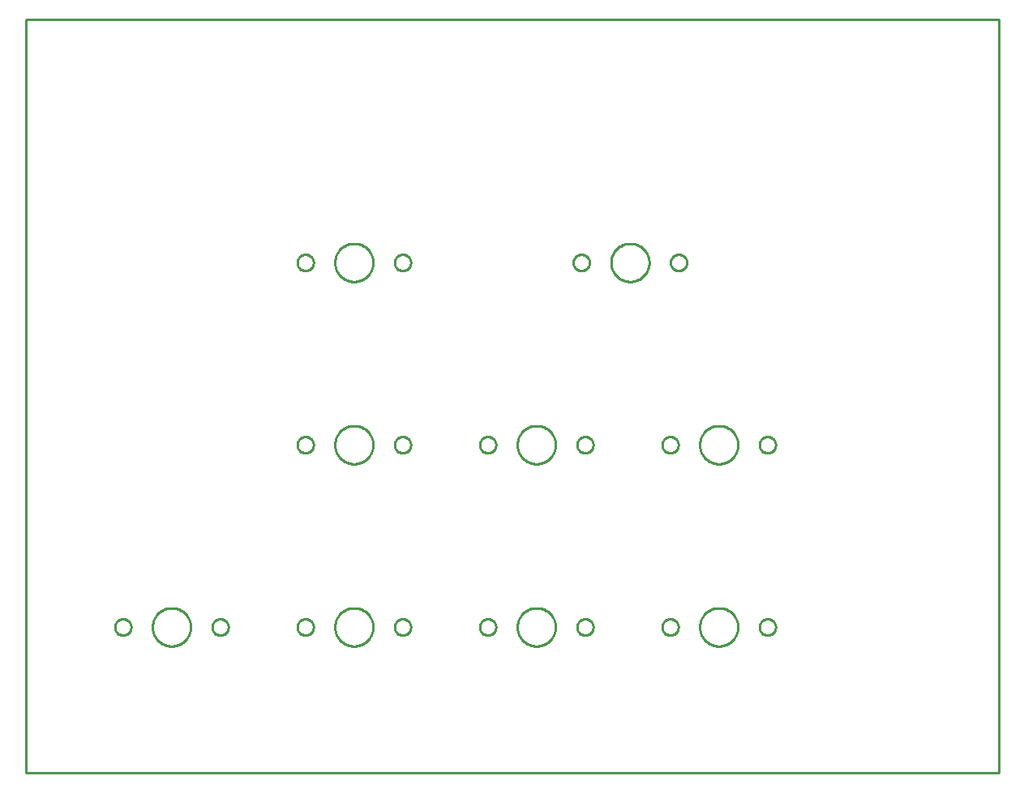
<source format=gbr>
G04 EAGLE Gerber RS-274X export*
G75*
%MOMM*%
%FSLAX34Y34*%
%LPD*%
%IN*%
%IPPOS*%
%AMOC8*
5,1,8,0,0,1.08239X$1,22.5*%
G01*
%ADD10C,0.254000*%


D10*
X0Y0D02*
X1016000Y0D01*
X1016000Y787400D01*
X0Y787400D01*
X0Y0D01*
X651129Y532798D02*
X651056Y531595D01*
X650911Y530399D01*
X650694Y529213D01*
X650405Y528043D01*
X650047Y526893D01*
X649620Y525766D01*
X649125Y524667D01*
X648565Y523600D01*
X647942Y522569D01*
X647257Y521578D01*
X646514Y520629D01*
X645715Y519727D01*
X644863Y518875D01*
X643961Y518076D01*
X643013Y517333D01*
X642021Y516648D01*
X640990Y516025D01*
X639923Y515465D01*
X638824Y514970D01*
X637697Y514543D01*
X636547Y514185D01*
X635377Y513896D01*
X634191Y513679D01*
X632995Y513534D01*
X631793Y513461D01*
X630588Y513461D01*
X629385Y513534D01*
X628189Y513679D01*
X627003Y513896D01*
X625833Y514185D01*
X624683Y514543D01*
X623556Y514970D01*
X622457Y515465D01*
X621390Y516025D01*
X620359Y516648D01*
X619368Y517333D01*
X618419Y518076D01*
X617517Y518875D01*
X616665Y519727D01*
X615866Y520629D01*
X615123Y521578D01*
X614438Y522569D01*
X613815Y523600D01*
X613255Y524667D01*
X612760Y525766D01*
X612333Y526893D01*
X611975Y528043D01*
X611686Y529213D01*
X611469Y530399D01*
X611324Y531595D01*
X611251Y532798D01*
X611251Y534003D01*
X611324Y535205D01*
X611469Y536401D01*
X611686Y537587D01*
X611975Y538757D01*
X612333Y539907D01*
X612760Y541034D01*
X613255Y542133D01*
X613815Y543200D01*
X614438Y544231D01*
X615123Y545223D01*
X615866Y546171D01*
X616665Y547073D01*
X617517Y547925D01*
X618419Y548724D01*
X619368Y549467D01*
X620359Y550152D01*
X621390Y550775D01*
X622457Y551335D01*
X623556Y551830D01*
X624683Y552257D01*
X625833Y552615D01*
X627003Y552904D01*
X628189Y553121D01*
X629385Y553266D01*
X630588Y553339D01*
X631793Y553339D01*
X632995Y553266D01*
X634191Y553121D01*
X635377Y552904D01*
X636547Y552615D01*
X637697Y552257D01*
X638824Y551830D01*
X639923Y551335D01*
X640990Y550775D01*
X642021Y550152D01*
X643013Y549467D01*
X643961Y548724D01*
X644863Y547925D01*
X645715Y547073D01*
X646514Y546171D01*
X647257Y545223D01*
X647942Y544231D01*
X648565Y543200D01*
X649125Y542133D01*
X649620Y541034D01*
X650047Y539907D01*
X650405Y538757D01*
X650694Y537587D01*
X650911Y536401D01*
X651056Y535205D01*
X651129Y534003D01*
X651129Y532798D01*
X588899Y533029D02*
X588834Y532288D01*
X588705Y531557D01*
X588513Y530839D01*
X588259Y530141D01*
X587945Y529467D01*
X587573Y528824D01*
X587147Y528215D01*
X586669Y527646D01*
X586144Y527121D01*
X585575Y526643D01*
X584966Y526217D01*
X584323Y525845D01*
X583649Y525531D01*
X582951Y525277D01*
X582233Y525085D01*
X581502Y524956D01*
X580762Y524891D01*
X580019Y524891D01*
X579278Y524956D01*
X578547Y525085D01*
X577829Y525277D01*
X577131Y525531D01*
X576457Y525845D01*
X575814Y526217D01*
X575205Y526643D01*
X574636Y527121D01*
X574111Y527646D01*
X573633Y528215D01*
X573207Y528824D01*
X572835Y529467D01*
X572521Y530141D01*
X572267Y530839D01*
X572075Y531557D01*
X571946Y532288D01*
X571881Y533029D01*
X571881Y533772D01*
X571946Y534512D01*
X572075Y535243D01*
X572267Y535961D01*
X572521Y536659D01*
X572835Y537333D01*
X573207Y537976D01*
X573633Y538585D01*
X574111Y539154D01*
X574636Y539679D01*
X575205Y540157D01*
X575814Y540583D01*
X576457Y540955D01*
X577131Y541269D01*
X577829Y541523D01*
X578547Y541715D01*
X579278Y541844D01*
X580019Y541909D01*
X580762Y541909D01*
X581502Y541844D01*
X582233Y541715D01*
X582951Y541523D01*
X583649Y541269D01*
X584323Y540955D01*
X584966Y540583D01*
X585575Y540157D01*
X586144Y539679D01*
X586669Y539154D01*
X587147Y538585D01*
X587573Y537976D01*
X587945Y537333D01*
X588259Y536659D01*
X588513Y535961D01*
X588705Y535243D01*
X588834Y534512D01*
X588899Y533772D01*
X588899Y533029D01*
X690499Y533029D02*
X690434Y532288D01*
X690305Y531557D01*
X690113Y530839D01*
X689859Y530141D01*
X689545Y529467D01*
X689173Y528824D01*
X688747Y528215D01*
X688269Y527646D01*
X687744Y527121D01*
X687175Y526643D01*
X686566Y526217D01*
X685923Y525845D01*
X685249Y525531D01*
X684551Y525277D01*
X683833Y525085D01*
X683102Y524956D01*
X682362Y524891D01*
X681619Y524891D01*
X680878Y524956D01*
X680147Y525085D01*
X679429Y525277D01*
X678731Y525531D01*
X678057Y525845D01*
X677414Y526217D01*
X676805Y526643D01*
X676236Y527121D01*
X675711Y527646D01*
X675233Y528215D01*
X674807Y528824D01*
X674435Y529467D01*
X674121Y530141D01*
X673867Y530839D01*
X673675Y531557D01*
X673546Y532288D01*
X673481Y533029D01*
X673481Y533772D01*
X673546Y534512D01*
X673675Y535243D01*
X673867Y535961D01*
X674121Y536659D01*
X674435Y537333D01*
X674807Y537976D01*
X675233Y538585D01*
X675711Y539154D01*
X676236Y539679D01*
X676805Y540157D01*
X677414Y540583D01*
X678057Y540955D01*
X678731Y541269D01*
X679429Y541523D01*
X680147Y541715D01*
X680878Y541844D01*
X681619Y541909D01*
X682362Y541909D01*
X683102Y541844D01*
X683833Y541715D01*
X684551Y541523D01*
X685249Y541269D01*
X685923Y540955D01*
X686566Y540583D01*
X687175Y540157D01*
X687744Y539679D01*
X688269Y539154D01*
X688747Y538585D01*
X689173Y537976D01*
X689545Y537333D01*
X689859Y536659D01*
X690113Y535961D01*
X690305Y535243D01*
X690434Y534512D01*
X690499Y533772D01*
X690499Y533029D01*
X172339Y151798D02*
X172266Y150595D01*
X172121Y149399D01*
X171904Y148213D01*
X171615Y147043D01*
X171257Y145893D01*
X170830Y144766D01*
X170335Y143667D01*
X169775Y142600D01*
X169152Y141569D01*
X168467Y140578D01*
X167724Y139629D01*
X166925Y138727D01*
X166073Y137875D01*
X165171Y137076D01*
X164223Y136333D01*
X163231Y135648D01*
X162200Y135025D01*
X161133Y134465D01*
X160034Y133970D01*
X158907Y133543D01*
X157757Y133185D01*
X156587Y132896D01*
X155401Y132679D01*
X154205Y132534D01*
X153003Y132461D01*
X151798Y132461D01*
X150595Y132534D01*
X149399Y132679D01*
X148213Y132896D01*
X147043Y133185D01*
X145893Y133543D01*
X144766Y133970D01*
X143667Y134465D01*
X142600Y135025D01*
X141569Y135648D01*
X140578Y136333D01*
X139629Y137076D01*
X138727Y137875D01*
X137875Y138727D01*
X137076Y139629D01*
X136333Y140578D01*
X135648Y141569D01*
X135025Y142600D01*
X134465Y143667D01*
X133970Y144766D01*
X133543Y145893D01*
X133185Y147043D01*
X132896Y148213D01*
X132679Y149399D01*
X132534Y150595D01*
X132461Y151798D01*
X132461Y153003D01*
X132534Y154205D01*
X132679Y155401D01*
X132896Y156587D01*
X133185Y157757D01*
X133543Y158907D01*
X133970Y160034D01*
X134465Y161133D01*
X135025Y162200D01*
X135648Y163231D01*
X136333Y164223D01*
X137076Y165171D01*
X137875Y166073D01*
X138727Y166925D01*
X139629Y167724D01*
X140578Y168467D01*
X141569Y169152D01*
X142600Y169775D01*
X143667Y170335D01*
X144766Y170830D01*
X145893Y171257D01*
X147043Y171615D01*
X148213Y171904D01*
X149399Y172121D01*
X150595Y172266D01*
X151798Y172339D01*
X153003Y172339D01*
X154205Y172266D01*
X155401Y172121D01*
X156587Y171904D01*
X157757Y171615D01*
X158907Y171257D01*
X160034Y170830D01*
X161133Y170335D01*
X162200Y169775D01*
X163231Y169152D01*
X164223Y168467D01*
X165171Y167724D01*
X166073Y166925D01*
X166925Y166073D01*
X167724Y165171D01*
X168467Y164223D01*
X169152Y163231D01*
X169775Y162200D01*
X170335Y161133D01*
X170830Y160034D01*
X171257Y158907D01*
X171615Y157757D01*
X171904Y156587D01*
X172121Y155401D01*
X172266Y154205D01*
X172339Y153003D01*
X172339Y151798D01*
X110109Y152029D02*
X110044Y151288D01*
X109915Y150557D01*
X109723Y149839D01*
X109469Y149141D01*
X109155Y148467D01*
X108783Y147824D01*
X108357Y147215D01*
X107879Y146646D01*
X107354Y146121D01*
X106785Y145643D01*
X106176Y145217D01*
X105533Y144845D01*
X104859Y144531D01*
X104161Y144277D01*
X103443Y144085D01*
X102712Y143956D01*
X101972Y143891D01*
X101229Y143891D01*
X100488Y143956D01*
X99757Y144085D01*
X99039Y144277D01*
X98341Y144531D01*
X97667Y144845D01*
X97024Y145217D01*
X96415Y145643D01*
X95846Y146121D01*
X95321Y146646D01*
X94843Y147215D01*
X94417Y147824D01*
X94045Y148467D01*
X93731Y149141D01*
X93477Y149839D01*
X93285Y150557D01*
X93156Y151288D01*
X93091Y152029D01*
X93091Y152772D01*
X93156Y153512D01*
X93285Y154243D01*
X93477Y154961D01*
X93731Y155659D01*
X94045Y156333D01*
X94417Y156976D01*
X94843Y157585D01*
X95321Y158154D01*
X95846Y158679D01*
X96415Y159157D01*
X97024Y159583D01*
X97667Y159955D01*
X98341Y160269D01*
X99039Y160523D01*
X99757Y160715D01*
X100488Y160844D01*
X101229Y160909D01*
X101972Y160909D01*
X102712Y160844D01*
X103443Y160715D01*
X104161Y160523D01*
X104859Y160269D01*
X105533Y159955D01*
X106176Y159583D01*
X106785Y159157D01*
X107354Y158679D01*
X107879Y158154D01*
X108357Y157585D01*
X108783Y156976D01*
X109155Y156333D01*
X109469Y155659D01*
X109723Y154961D01*
X109915Y154243D01*
X110044Y153512D01*
X110109Y152772D01*
X110109Y152029D01*
X211709Y152029D02*
X211644Y151288D01*
X211515Y150557D01*
X211323Y149839D01*
X211069Y149141D01*
X210755Y148467D01*
X210383Y147824D01*
X209957Y147215D01*
X209479Y146646D01*
X208954Y146121D01*
X208385Y145643D01*
X207776Y145217D01*
X207133Y144845D01*
X206459Y144531D01*
X205761Y144277D01*
X205043Y144085D01*
X204312Y143956D01*
X203572Y143891D01*
X202829Y143891D01*
X202088Y143956D01*
X201357Y144085D01*
X200639Y144277D01*
X199941Y144531D01*
X199267Y144845D01*
X198624Y145217D01*
X198015Y145643D01*
X197446Y146121D01*
X196921Y146646D01*
X196443Y147215D01*
X196017Y147824D01*
X195645Y148467D01*
X195331Y149141D01*
X195077Y149839D01*
X194885Y150557D01*
X194756Y151288D01*
X194691Y152029D01*
X194691Y152772D01*
X194756Y153512D01*
X194885Y154243D01*
X195077Y154961D01*
X195331Y155659D01*
X195645Y156333D01*
X196017Y156976D01*
X196443Y157585D01*
X196921Y158154D01*
X197446Y158679D01*
X198015Y159157D01*
X198624Y159583D01*
X199267Y159955D01*
X199941Y160269D01*
X200639Y160523D01*
X201357Y160715D01*
X202088Y160844D01*
X202829Y160909D01*
X203572Y160909D01*
X204312Y160844D01*
X205043Y160715D01*
X205761Y160523D01*
X206459Y160269D01*
X207133Y159955D01*
X207776Y159583D01*
X208385Y159157D01*
X208954Y158679D01*
X209479Y158154D01*
X209957Y157585D01*
X210383Y156976D01*
X210755Y156333D01*
X211069Y155659D01*
X211323Y154961D01*
X211515Y154243D01*
X211644Y153512D01*
X211709Y152772D01*
X211709Y152029D01*
X362839Y532798D02*
X362766Y531595D01*
X362621Y530399D01*
X362404Y529213D01*
X362115Y528043D01*
X361757Y526893D01*
X361330Y525766D01*
X360835Y524667D01*
X360275Y523600D01*
X359652Y522569D01*
X358967Y521578D01*
X358224Y520629D01*
X357425Y519727D01*
X356573Y518875D01*
X355671Y518076D01*
X354723Y517333D01*
X353731Y516648D01*
X352700Y516025D01*
X351633Y515465D01*
X350534Y514970D01*
X349407Y514543D01*
X348257Y514185D01*
X347087Y513896D01*
X345901Y513679D01*
X344705Y513534D01*
X343503Y513461D01*
X342298Y513461D01*
X341095Y513534D01*
X339899Y513679D01*
X338713Y513896D01*
X337543Y514185D01*
X336393Y514543D01*
X335266Y514970D01*
X334167Y515465D01*
X333100Y516025D01*
X332069Y516648D01*
X331078Y517333D01*
X330129Y518076D01*
X329227Y518875D01*
X328375Y519727D01*
X327576Y520629D01*
X326833Y521578D01*
X326148Y522569D01*
X325525Y523600D01*
X324965Y524667D01*
X324470Y525766D01*
X324043Y526893D01*
X323685Y528043D01*
X323396Y529213D01*
X323179Y530399D01*
X323034Y531595D01*
X322961Y532798D01*
X322961Y534003D01*
X323034Y535205D01*
X323179Y536401D01*
X323396Y537587D01*
X323685Y538757D01*
X324043Y539907D01*
X324470Y541034D01*
X324965Y542133D01*
X325525Y543200D01*
X326148Y544231D01*
X326833Y545223D01*
X327576Y546171D01*
X328375Y547073D01*
X329227Y547925D01*
X330129Y548724D01*
X331078Y549467D01*
X332069Y550152D01*
X333100Y550775D01*
X334167Y551335D01*
X335266Y551830D01*
X336393Y552257D01*
X337543Y552615D01*
X338713Y552904D01*
X339899Y553121D01*
X341095Y553266D01*
X342298Y553339D01*
X343503Y553339D01*
X344705Y553266D01*
X345901Y553121D01*
X347087Y552904D01*
X348257Y552615D01*
X349407Y552257D01*
X350534Y551830D01*
X351633Y551335D01*
X352700Y550775D01*
X353731Y550152D01*
X354723Y549467D01*
X355671Y548724D01*
X356573Y547925D01*
X357425Y547073D01*
X358224Y546171D01*
X358967Y545223D01*
X359652Y544231D01*
X360275Y543200D01*
X360835Y542133D01*
X361330Y541034D01*
X361757Y539907D01*
X362115Y538757D01*
X362404Y537587D01*
X362621Y536401D01*
X362766Y535205D01*
X362839Y534003D01*
X362839Y532798D01*
X300609Y533029D02*
X300544Y532288D01*
X300415Y531557D01*
X300223Y530839D01*
X299969Y530141D01*
X299655Y529467D01*
X299283Y528824D01*
X298857Y528215D01*
X298379Y527646D01*
X297854Y527121D01*
X297285Y526643D01*
X296676Y526217D01*
X296033Y525845D01*
X295359Y525531D01*
X294661Y525277D01*
X293943Y525085D01*
X293212Y524956D01*
X292472Y524891D01*
X291729Y524891D01*
X290988Y524956D01*
X290257Y525085D01*
X289539Y525277D01*
X288841Y525531D01*
X288167Y525845D01*
X287524Y526217D01*
X286915Y526643D01*
X286346Y527121D01*
X285821Y527646D01*
X285343Y528215D01*
X284917Y528824D01*
X284545Y529467D01*
X284231Y530141D01*
X283977Y530839D01*
X283785Y531557D01*
X283656Y532288D01*
X283591Y533029D01*
X283591Y533772D01*
X283656Y534512D01*
X283785Y535243D01*
X283977Y535961D01*
X284231Y536659D01*
X284545Y537333D01*
X284917Y537976D01*
X285343Y538585D01*
X285821Y539154D01*
X286346Y539679D01*
X286915Y540157D01*
X287524Y540583D01*
X288167Y540955D01*
X288841Y541269D01*
X289539Y541523D01*
X290257Y541715D01*
X290988Y541844D01*
X291729Y541909D01*
X292472Y541909D01*
X293212Y541844D01*
X293943Y541715D01*
X294661Y541523D01*
X295359Y541269D01*
X296033Y540955D01*
X296676Y540583D01*
X297285Y540157D01*
X297854Y539679D01*
X298379Y539154D01*
X298857Y538585D01*
X299283Y537976D01*
X299655Y537333D01*
X299969Y536659D01*
X300223Y535961D01*
X300415Y535243D01*
X300544Y534512D01*
X300609Y533772D01*
X300609Y533029D01*
X402209Y533029D02*
X402144Y532288D01*
X402015Y531557D01*
X401823Y530839D01*
X401569Y530141D01*
X401255Y529467D01*
X400883Y528824D01*
X400457Y528215D01*
X399979Y527646D01*
X399454Y527121D01*
X398885Y526643D01*
X398276Y526217D01*
X397633Y525845D01*
X396959Y525531D01*
X396261Y525277D01*
X395543Y525085D01*
X394812Y524956D01*
X394072Y524891D01*
X393329Y524891D01*
X392588Y524956D01*
X391857Y525085D01*
X391139Y525277D01*
X390441Y525531D01*
X389767Y525845D01*
X389124Y526217D01*
X388515Y526643D01*
X387946Y527121D01*
X387421Y527646D01*
X386943Y528215D01*
X386517Y528824D01*
X386145Y529467D01*
X385831Y530141D01*
X385577Y530839D01*
X385385Y531557D01*
X385256Y532288D01*
X385191Y533029D01*
X385191Y533772D01*
X385256Y534512D01*
X385385Y535243D01*
X385577Y535961D01*
X385831Y536659D01*
X386145Y537333D01*
X386517Y537976D01*
X386943Y538585D01*
X387421Y539154D01*
X387946Y539679D01*
X388515Y540157D01*
X389124Y540583D01*
X389767Y540955D01*
X390441Y541269D01*
X391139Y541523D01*
X391857Y541715D01*
X392588Y541844D01*
X393329Y541909D01*
X394072Y541909D01*
X394812Y541844D01*
X395543Y541715D01*
X396261Y541523D01*
X396959Y541269D01*
X397633Y540955D01*
X398276Y540583D01*
X398885Y540157D01*
X399454Y539679D01*
X399979Y539154D01*
X400457Y538585D01*
X400883Y537976D01*
X401255Y537333D01*
X401569Y536659D01*
X401823Y535961D01*
X402015Y535243D01*
X402144Y534512D01*
X402209Y533772D01*
X402209Y533029D01*
X553339Y151798D02*
X553266Y150595D01*
X553121Y149399D01*
X552904Y148213D01*
X552615Y147043D01*
X552257Y145893D01*
X551830Y144766D01*
X551335Y143667D01*
X550775Y142600D01*
X550152Y141569D01*
X549467Y140578D01*
X548724Y139629D01*
X547925Y138727D01*
X547073Y137875D01*
X546171Y137076D01*
X545223Y136333D01*
X544231Y135648D01*
X543200Y135025D01*
X542133Y134465D01*
X541034Y133970D01*
X539907Y133543D01*
X538757Y133185D01*
X537587Y132896D01*
X536401Y132679D01*
X535205Y132534D01*
X534003Y132461D01*
X532798Y132461D01*
X531595Y132534D01*
X530399Y132679D01*
X529213Y132896D01*
X528043Y133185D01*
X526893Y133543D01*
X525766Y133970D01*
X524667Y134465D01*
X523600Y135025D01*
X522569Y135648D01*
X521578Y136333D01*
X520629Y137076D01*
X519727Y137875D01*
X518875Y138727D01*
X518076Y139629D01*
X517333Y140578D01*
X516648Y141569D01*
X516025Y142600D01*
X515465Y143667D01*
X514970Y144766D01*
X514543Y145893D01*
X514185Y147043D01*
X513896Y148213D01*
X513679Y149399D01*
X513534Y150595D01*
X513461Y151798D01*
X513461Y153003D01*
X513534Y154205D01*
X513679Y155401D01*
X513896Y156587D01*
X514185Y157757D01*
X514543Y158907D01*
X514970Y160034D01*
X515465Y161133D01*
X516025Y162200D01*
X516648Y163231D01*
X517333Y164223D01*
X518076Y165171D01*
X518875Y166073D01*
X519727Y166925D01*
X520629Y167724D01*
X521578Y168467D01*
X522569Y169152D01*
X523600Y169775D01*
X524667Y170335D01*
X525766Y170830D01*
X526893Y171257D01*
X528043Y171615D01*
X529213Y171904D01*
X530399Y172121D01*
X531595Y172266D01*
X532798Y172339D01*
X534003Y172339D01*
X535205Y172266D01*
X536401Y172121D01*
X537587Y171904D01*
X538757Y171615D01*
X539907Y171257D01*
X541034Y170830D01*
X542133Y170335D01*
X543200Y169775D01*
X544231Y169152D01*
X545223Y168467D01*
X546171Y167724D01*
X547073Y166925D01*
X547925Y166073D01*
X548724Y165171D01*
X549467Y164223D01*
X550152Y163231D01*
X550775Y162200D01*
X551335Y161133D01*
X551830Y160034D01*
X552257Y158907D01*
X552615Y157757D01*
X552904Y156587D01*
X553121Y155401D01*
X553266Y154205D01*
X553339Y153003D01*
X553339Y151798D01*
X491109Y152029D02*
X491044Y151288D01*
X490915Y150557D01*
X490723Y149839D01*
X490469Y149141D01*
X490155Y148467D01*
X489783Y147824D01*
X489357Y147215D01*
X488879Y146646D01*
X488354Y146121D01*
X487785Y145643D01*
X487176Y145217D01*
X486533Y144845D01*
X485859Y144531D01*
X485161Y144277D01*
X484443Y144085D01*
X483712Y143956D01*
X482972Y143891D01*
X482229Y143891D01*
X481488Y143956D01*
X480757Y144085D01*
X480039Y144277D01*
X479341Y144531D01*
X478667Y144845D01*
X478024Y145217D01*
X477415Y145643D01*
X476846Y146121D01*
X476321Y146646D01*
X475843Y147215D01*
X475417Y147824D01*
X475045Y148467D01*
X474731Y149141D01*
X474477Y149839D01*
X474285Y150557D01*
X474156Y151288D01*
X474091Y152029D01*
X474091Y152772D01*
X474156Y153512D01*
X474285Y154243D01*
X474477Y154961D01*
X474731Y155659D01*
X475045Y156333D01*
X475417Y156976D01*
X475843Y157585D01*
X476321Y158154D01*
X476846Y158679D01*
X477415Y159157D01*
X478024Y159583D01*
X478667Y159955D01*
X479341Y160269D01*
X480039Y160523D01*
X480757Y160715D01*
X481488Y160844D01*
X482229Y160909D01*
X482972Y160909D01*
X483712Y160844D01*
X484443Y160715D01*
X485161Y160523D01*
X485859Y160269D01*
X486533Y159955D01*
X487176Y159583D01*
X487785Y159157D01*
X488354Y158679D01*
X488879Y158154D01*
X489357Y157585D01*
X489783Y156976D01*
X490155Y156333D01*
X490469Y155659D01*
X490723Y154961D01*
X490915Y154243D01*
X491044Y153512D01*
X491109Y152772D01*
X491109Y152029D01*
X592709Y152029D02*
X592644Y151288D01*
X592515Y150557D01*
X592323Y149839D01*
X592069Y149141D01*
X591755Y148467D01*
X591383Y147824D01*
X590957Y147215D01*
X590479Y146646D01*
X589954Y146121D01*
X589385Y145643D01*
X588776Y145217D01*
X588133Y144845D01*
X587459Y144531D01*
X586761Y144277D01*
X586043Y144085D01*
X585312Y143956D01*
X584572Y143891D01*
X583829Y143891D01*
X583088Y143956D01*
X582357Y144085D01*
X581639Y144277D01*
X580941Y144531D01*
X580267Y144845D01*
X579624Y145217D01*
X579015Y145643D01*
X578446Y146121D01*
X577921Y146646D01*
X577443Y147215D01*
X577017Y147824D01*
X576645Y148467D01*
X576331Y149141D01*
X576077Y149839D01*
X575885Y150557D01*
X575756Y151288D01*
X575691Y152029D01*
X575691Y152772D01*
X575756Y153512D01*
X575885Y154243D01*
X576077Y154961D01*
X576331Y155659D01*
X576645Y156333D01*
X577017Y156976D01*
X577443Y157585D01*
X577921Y158154D01*
X578446Y158679D01*
X579015Y159157D01*
X579624Y159583D01*
X580267Y159955D01*
X580941Y160269D01*
X581639Y160523D01*
X582357Y160715D01*
X583088Y160844D01*
X583829Y160909D01*
X584572Y160909D01*
X585312Y160844D01*
X586043Y160715D01*
X586761Y160523D01*
X587459Y160269D01*
X588133Y159955D01*
X588776Y159583D01*
X589385Y159157D01*
X589954Y158679D01*
X590479Y158154D01*
X590957Y157585D01*
X591383Y156976D01*
X591755Y156333D01*
X592069Y155659D01*
X592323Y154961D01*
X592515Y154243D01*
X592644Y153512D01*
X592709Y152772D01*
X592709Y152029D01*
X743839Y342298D02*
X743766Y341095D01*
X743621Y339899D01*
X743404Y338713D01*
X743115Y337543D01*
X742757Y336393D01*
X742330Y335266D01*
X741835Y334167D01*
X741275Y333100D01*
X740652Y332069D01*
X739967Y331078D01*
X739224Y330129D01*
X738425Y329227D01*
X737573Y328375D01*
X736671Y327576D01*
X735723Y326833D01*
X734731Y326148D01*
X733700Y325525D01*
X732633Y324965D01*
X731534Y324470D01*
X730407Y324043D01*
X729257Y323685D01*
X728087Y323396D01*
X726901Y323179D01*
X725705Y323034D01*
X724503Y322961D01*
X723298Y322961D01*
X722095Y323034D01*
X720899Y323179D01*
X719713Y323396D01*
X718543Y323685D01*
X717393Y324043D01*
X716266Y324470D01*
X715167Y324965D01*
X714100Y325525D01*
X713069Y326148D01*
X712078Y326833D01*
X711129Y327576D01*
X710227Y328375D01*
X709375Y329227D01*
X708576Y330129D01*
X707833Y331078D01*
X707148Y332069D01*
X706525Y333100D01*
X705965Y334167D01*
X705470Y335266D01*
X705043Y336393D01*
X704685Y337543D01*
X704396Y338713D01*
X704179Y339899D01*
X704034Y341095D01*
X703961Y342298D01*
X703961Y343503D01*
X704034Y344705D01*
X704179Y345901D01*
X704396Y347087D01*
X704685Y348257D01*
X705043Y349407D01*
X705470Y350534D01*
X705965Y351633D01*
X706525Y352700D01*
X707148Y353731D01*
X707833Y354723D01*
X708576Y355671D01*
X709375Y356573D01*
X710227Y357425D01*
X711129Y358224D01*
X712078Y358967D01*
X713069Y359652D01*
X714100Y360275D01*
X715167Y360835D01*
X716266Y361330D01*
X717393Y361757D01*
X718543Y362115D01*
X719713Y362404D01*
X720899Y362621D01*
X722095Y362766D01*
X723298Y362839D01*
X724503Y362839D01*
X725705Y362766D01*
X726901Y362621D01*
X728087Y362404D01*
X729257Y362115D01*
X730407Y361757D01*
X731534Y361330D01*
X732633Y360835D01*
X733700Y360275D01*
X734731Y359652D01*
X735723Y358967D01*
X736671Y358224D01*
X737573Y357425D01*
X738425Y356573D01*
X739224Y355671D01*
X739967Y354723D01*
X740652Y353731D01*
X741275Y352700D01*
X741835Y351633D01*
X742330Y350534D01*
X742757Y349407D01*
X743115Y348257D01*
X743404Y347087D01*
X743621Y345901D01*
X743766Y344705D01*
X743839Y343503D01*
X743839Y342298D01*
X681609Y342529D02*
X681544Y341788D01*
X681415Y341057D01*
X681223Y340339D01*
X680969Y339641D01*
X680655Y338967D01*
X680283Y338324D01*
X679857Y337715D01*
X679379Y337146D01*
X678854Y336621D01*
X678285Y336143D01*
X677676Y335717D01*
X677033Y335345D01*
X676359Y335031D01*
X675661Y334777D01*
X674943Y334585D01*
X674212Y334456D01*
X673472Y334391D01*
X672729Y334391D01*
X671988Y334456D01*
X671257Y334585D01*
X670539Y334777D01*
X669841Y335031D01*
X669167Y335345D01*
X668524Y335717D01*
X667915Y336143D01*
X667346Y336621D01*
X666821Y337146D01*
X666343Y337715D01*
X665917Y338324D01*
X665545Y338967D01*
X665231Y339641D01*
X664977Y340339D01*
X664785Y341057D01*
X664656Y341788D01*
X664591Y342529D01*
X664591Y343272D01*
X664656Y344012D01*
X664785Y344743D01*
X664977Y345461D01*
X665231Y346159D01*
X665545Y346833D01*
X665917Y347476D01*
X666343Y348085D01*
X666821Y348654D01*
X667346Y349179D01*
X667915Y349657D01*
X668524Y350083D01*
X669167Y350455D01*
X669841Y350769D01*
X670539Y351023D01*
X671257Y351215D01*
X671988Y351344D01*
X672729Y351409D01*
X673472Y351409D01*
X674212Y351344D01*
X674943Y351215D01*
X675661Y351023D01*
X676359Y350769D01*
X677033Y350455D01*
X677676Y350083D01*
X678285Y349657D01*
X678854Y349179D01*
X679379Y348654D01*
X679857Y348085D01*
X680283Y347476D01*
X680655Y346833D01*
X680969Y346159D01*
X681223Y345461D01*
X681415Y344743D01*
X681544Y344012D01*
X681609Y343272D01*
X681609Y342529D01*
X783209Y342529D02*
X783144Y341788D01*
X783015Y341057D01*
X782823Y340339D01*
X782569Y339641D01*
X782255Y338967D01*
X781883Y338324D01*
X781457Y337715D01*
X780979Y337146D01*
X780454Y336621D01*
X779885Y336143D01*
X779276Y335717D01*
X778633Y335345D01*
X777959Y335031D01*
X777261Y334777D01*
X776543Y334585D01*
X775812Y334456D01*
X775072Y334391D01*
X774329Y334391D01*
X773588Y334456D01*
X772857Y334585D01*
X772139Y334777D01*
X771441Y335031D01*
X770767Y335345D01*
X770124Y335717D01*
X769515Y336143D01*
X768946Y336621D01*
X768421Y337146D01*
X767943Y337715D01*
X767517Y338324D01*
X767145Y338967D01*
X766831Y339641D01*
X766577Y340339D01*
X766385Y341057D01*
X766256Y341788D01*
X766191Y342529D01*
X766191Y343272D01*
X766256Y344012D01*
X766385Y344743D01*
X766577Y345461D01*
X766831Y346159D01*
X767145Y346833D01*
X767517Y347476D01*
X767943Y348085D01*
X768421Y348654D01*
X768946Y349179D01*
X769515Y349657D01*
X770124Y350083D01*
X770767Y350455D01*
X771441Y350769D01*
X772139Y351023D01*
X772857Y351215D01*
X773588Y351344D01*
X774329Y351409D01*
X775072Y351409D01*
X775812Y351344D01*
X776543Y351215D01*
X777261Y351023D01*
X777959Y350769D01*
X778633Y350455D01*
X779276Y350083D01*
X779885Y349657D01*
X780454Y349179D01*
X780979Y348654D01*
X781457Y348085D01*
X781883Y347476D01*
X782255Y346833D01*
X782569Y346159D01*
X782823Y345461D01*
X783015Y344743D01*
X783144Y344012D01*
X783209Y343272D01*
X783209Y342529D01*
X362839Y342298D02*
X362766Y341095D01*
X362621Y339899D01*
X362404Y338713D01*
X362115Y337543D01*
X361757Y336393D01*
X361330Y335266D01*
X360835Y334167D01*
X360275Y333100D01*
X359652Y332069D01*
X358967Y331078D01*
X358224Y330129D01*
X357425Y329227D01*
X356573Y328375D01*
X355671Y327576D01*
X354723Y326833D01*
X353731Y326148D01*
X352700Y325525D01*
X351633Y324965D01*
X350534Y324470D01*
X349407Y324043D01*
X348257Y323685D01*
X347087Y323396D01*
X345901Y323179D01*
X344705Y323034D01*
X343503Y322961D01*
X342298Y322961D01*
X341095Y323034D01*
X339899Y323179D01*
X338713Y323396D01*
X337543Y323685D01*
X336393Y324043D01*
X335266Y324470D01*
X334167Y324965D01*
X333100Y325525D01*
X332069Y326148D01*
X331078Y326833D01*
X330129Y327576D01*
X329227Y328375D01*
X328375Y329227D01*
X327576Y330129D01*
X326833Y331078D01*
X326148Y332069D01*
X325525Y333100D01*
X324965Y334167D01*
X324470Y335266D01*
X324043Y336393D01*
X323685Y337543D01*
X323396Y338713D01*
X323179Y339899D01*
X323034Y341095D01*
X322961Y342298D01*
X322961Y343503D01*
X323034Y344705D01*
X323179Y345901D01*
X323396Y347087D01*
X323685Y348257D01*
X324043Y349407D01*
X324470Y350534D01*
X324965Y351633D01*
X325525Y352700D01*
X326148Y353731D01*
X326833Y354723D01*
X327576Y355671D01*
X328375Y356573D01*
X329227Y357425D01*
X330129Y358224D01*
X331078Y358967D01*
X332069Y359652D01*
X333100Y360275D01*
X334167Y360835D01*
X335266Y361330D01*
X336393Y361757D01*
X337543Y362115D01*
X338713Y362404D01*
X339899Y362621D01*
X341095Y362766D01*
X342298Y362839D01*
X343503Y362839D01*
X344705Y362766D01*
X345901Y362621D01*
X347087Y362404D01*
X348257Y362115D01*
X349407Y361757D01*
X350534Y361330D01*
X351633Y360835D01*
X352700Y360275D01*
X353731Y359652D01*
X354723Y358967D01*
X355671Y358224D01*
X356573Y357425D01*
X357425Y356573D01*
X358224Y355671D01*
X358967Y354723D01*
X359652Y353731D01*
X360275Y352700D01*
X360835Y351633D01*
X361330Y350534D01*
X361757Y349407D01*
X362115Y348257D01*
X362404Y347087D01*
X362621Y345901D01*
X362766Y344705D01*
X362839Y343503D01*
X362839Y342298D01*
X300609Y342529D02*
X300544Y341788D01*
X300415Y341057D01*
X300223Y340339D01*
X299969Y339641D01*
X299655Y338967D01*
X299283Y338324D01*
X298857Y337715D01*
X298379Y337146D01*
X297854Y336621D01*
X297285Y336143D01*
X296676Y335717D01*
X296033Y335345D01*
X295359Y335031D01*
X294661Y334777D01*
X293943Y334585D01*
X293212Y334456D01*
X292472Y334391D01*
X291729Y334391D01*
X290988Y334456D01*
X290257Y334585D01*
X289539Y334777D01*
X288841Y335031D01*
X288167Y335345D01*
X287524Y335717D01*
X286915Y336143D01*
X286346Y336621D01*
X285821Y337146D01*
X285343Y337715D01*
X284917Y338324D01*
X284545Y338967D01*
X284231Y339641D01*
X283977Y340339D01*
X283785Y341057D01*
X283656Y341788D01*
X283591Y342529D01*
X283591Y343272D01*
X283656Y344012D01*
X283785Y344743D01*
X283977Y345461D01*
X284231Y346159D01*
X284545Y346833D01*
X284917Y347476D01*
X285343Y348085D01*
X285821Y348654D01*
X286346Y349179D01*
X286915Y349657D01*
X287524Y350083D01*
X288167Y350455D01*
X288841Y350769D01*
X289539Y351023D01*
X290257Y351215D01*
X290988Y351344D01*
X291729Y351409D01*
X292472Y351409D01*
X293212Y351344D01*
X293943Y351215D01*
X294661Y351023D01*
X295359Y350769D01*
X296033Y350455D01*
X296676Y350083D01*
X297285Y349657D01*
X297854Y349179D01*
X298379Y348654D01*
X298857Y348085D01*
X299283Y347476D01*
X299655Y346833D01*
X299969Y346159D01*
X300223Y345461D01*
X300415Y344743D01*
X300544Y344012D01*
X300609Y343272D01*
X300609Y342529D01*
X402209Y342529D02*
X402144Y341788D01*
X402015Y341057D01*
X401823Y340339D01*
X401569Y339641D01*
X401255Y338967D01*
X400883Y338324D01*
X400457Y337715D01*
X399979Y337146D01*
X399454Y336621D01*
X398885Y336143D01*
X398276Y335717D01*
X397633Y335345D01*
X396959Y335031D01*
X396261Y334777D01*
X395543Y334585D01*
X394812Y334456D01*
X394072Y334391D01*
X393329Y334391D01*
X392588Y334456D01*
X391857Y334585D01*
X391139Y334777D01*
X390441Y335031D01*
X389767Y335345D01*
X389124Y335717D01*
X388515Y336143D01*
X387946Y336621D01*
X387421Y337146D01*
X386943Y337715D01*
X386517Y338324D01*
X386145Y338967D01*
X385831Y339641D01*
X385577Y340339D01*
X385385Y341057D01*
X385256Y341788D01*
X385191Y342529D01*
X385191Y343272D01*
X385256Y344012D01*
X385385Y344743D01*
X385577Y345461D01*
X385831Y346159D01*
X386145Y346833D01*
X386517Y347476D01*
X386943Y348085D01*
X387421Y348654D01*
X387946Y349179D01*
X388515Y349657D01*
X389124Y350083D01*
X389767Y350455D01*
X390441Y350769D01*
X391139Y351023D01*
X391857Y351215D01*
X392588Y351344D01*
X393329Y351409D01*
X394072Y351409D01*
X394812Y351344D01*
X395543Y351215D01*
X396261Y351023D01*
X396959Y350769D01*
X397633Y350455D01*
X398276Y350083D01*
X398885Y349657D01*
X399454Y349179D01*
X399979Y348654D01*
X400457Y348085D01*
X400883Y347476D01*
X401255Y346833D01*
X401569Y346159D01*
X401823Y345461D01*
X402015Y344743D01*
X402144Y344012D01*
X402209Y343272D01*
X402209Y342529D01*
X362839Y151798D02*
X362766Y150595D01*
X362621Y149399D01*
X362404Y148213D01*
X362115Y147043D01*
X361757Y145893D01*
X361330Y144766D01*
X360835Y143667D01*
X360275Y142600D01*
X359652Y141569D01*
X358967Y140578D01*
X358224Y139629D01*
X357425Y138727D01*
X356573Y137875D01*
X355671Y137076D01*
X354723Y136333D01*
X353731Y135648D01*
X352700Y135025D01*
X351633Y134465D01*
X350534Y133970D01*
X349407Y133543D01*
X348257Y133185D01*
X347087Y132896D01*
X345901Y132679D01*
X344705Y132534D01*
X343503Y132461D01*
X342298Y132461D01*
X341095Y132534D01*
X339899Y132679D01*
X338713Y132896D01*
X337543Y133185D01*
X336393Y133543D01*
X335266Y133970D01*
X334167Y134465D01*
X333100Y135025D01*
X332069Y135648D01*
X331078Y136333D01*
X330129Y137076D01*
X329227Y137875D01*
X328375Y138727D01*
X327576Y139629D01*
X326833Y140578D01*
X326148Y141569D01*
X325525Y142600D01*
X324965Y143667D01*
X324470Y144766D01*
X324043Y145893D01*
X323685Y147043D01*
X323396Y148213D01*
X323179Y149399D01*
X323034Y150595D01*
X322961Y151798D01*
X322961Y153003D01*
X323034Y154205D01*
X323179Y155401D01*
X323396Y156587D01*
X323685Y157757D01*
X324043Y158907D01*
X324470Y160034D01*
X324965Y161133D01*
X325525Y162200D01*
X326148Y163231D01*
X326833Y164223D01*
X327576Y165171D01*
X328375Y166073D01*
X329227Y166925D01*
X330129Y167724D01*
X331078Y168467D01*
X332069Y169152D01*
X333100Y169775D01*
X334167Y170335D01*
X335266Y170830D01*
X336393Y171257D01*
X337543Y171615D01*
X338713Y171904D01*
X339899Y172121D01*
X341095Y172266D01*
X342298Y172339D01*
X343503Y172339D01*
X344705Y172266D01*
X345901Y172121D01*
X347087Y171904D01*
X348257Y171615D01*
X349407Y171257D01*
X350534Y170830D01*
X351633Y170335D01*
X352700Y169775D01*
X353731Y169152D01*
X354723Y168467D01*
X355671Y167724D01*
X356573Y166925D01*
X357425Y166073D01*
X358224Y165171D01*
X358967Y164223D01*
X359652Y163231D01*
X360275Y162200D01*
X360835Y161133D01*
X361330Y160034D01*
X361757Y158907D01*
X362115Y157757D01*
X362404Y156587D01*
X362621Y155401D01*
X362766Y154205D01*
X362839Y153003D01*
X362839Y151798D01*
X300609Y152029D02*
X300544Y151288D01*
X300415Y150557D01*
X300223Y149839D01*
X299969Y149141D01*
X299655Y148467D01*
X299283Y147824D01*
X298857Y147215D01*
X298379Y146646D01*
X297854Y146121D01*
X297285Y145643D01*
X296676Y145217D01*
X296033Y144845D01*
X295359Y144531D01*
X294661Y144277D01*
X293943Y144085D01*
X293212Y143956D01*
X292472Y143891D01*
X291729Y143891D01*
X290988Y143956D01*
X290257Y144085D01*
X289539Y144277D01*
X288841Y144531D01*
X288167Y144845D01*
X287524Y145217D01*
X286915Y145643D01*
X286346Y146121D01*
X285821Y146646D01*
X285343Y147215D01*
X284917Y147824D01*
X284545Y148467D01*
X284231Y149141D01*
X283977Y149839D01*
X283785Y150557D01*
X283656Y151288D01*
X283591Y152029D01*
X283591Y152772D01*
X283656Y153512D01*
X283785Y154243D01*
X283977Y154961D01*
X284231Y155659D01*
X284545Y156333D01*
X284917Y156976D01*
X285343Y157585D01*
X285821Y158154D01*
X286346Y158679D01*
X286915Y159157D01*
X287524Y159583D01*
X288167Y159955D01*
X288841Y160269D01*
X289539Y160523D01*
X290257Y160715D01*
X290988Y160844D01*
X291729Y160909D01*
X292472Y160909D01*
X293212Y160844D01*
X293943Y160715D01*
X294661Y160523D01*
X295359Y160269D01*
X296033Y159955D01*
X296676Y159583D01*
X297285Y159157D01*
X297854Y158679D01*
X298379Y158154D01*
X298857Y157585D01*
X299283Y156976D01*
X299655Y156333D01*
X299969Y155659D01*
X300223Y154961D01*
X300415Y154243D01*
X300544Y153512D01*
X300609Y152772D01*
X300609Y152029D01*
X402209Y152029D02*
X402144Y151288D01*
X402015Y150557D01*
X401823Y149839D01*
X401569Y149141D01*
X401255Y148467D01*
X400883Y147824D01*
X400457Y147215D01*
X399979Y146646D01*
X399454Y146121D01*
X398885Y145643D01*
X398276Y145217D01*
X397633Y144845D01*
X396959Y144531D01*
X396261Y144277D01*
X395543Y144085D01*
X394812Y143956D01*
X394072Y143891D01*
X393329Y143891D01*
X392588Y143956D01*
X391857Y144085D01*
X391139Y144277D01*
X390441Y144531D01*
X389767Y144845D01*
X389124Y145217D01*
X388515Y145643D01*
X387946Y146121D01*
X387421Y146646D01*
X386943Y147215D01*
X386517Y147824D01*
X386145Y148467D01*
X385831Y149141D01*
X385577Y149839D01*
X385385Y150557D01*
X385256Y151288D01*
X385191Y152029D01*
X385191Y152772D01*
X385256Y153512D01*
X385385Y154243D01*
X385577Y154961D01*
X385831Y155659D01*
X386145Y156333D01*
X386517Y156976D01*
X386943Y157585D01*
X387421Y158154D01*
X387946Y158679D01*
X388515Y159157D01*
X389124Y159583D01*
X389767Y159955D01*
X390441Y160269D01*
X391139Y160523D01*
X391857Y160715D01*
X392588Y160844D01*
X393329Y160909D01*
X394072Y160909D01*
X394812Y160844D01*
X395543Y160715D01*
X396261Y160523D01*
X396959Y160269D01*
X397633Y159955D01*
X398276Y159583D01*
X398885Y159157D01*
X399454Y158679D01*
X399979Y158154D01*
X400457Y157585D01*
X400883Y156976D01*
X401255Y156333D01*
X401569Y155659D01*
X401823Y154961D01*
X402015Y154243D01*
X402144Y153512D01*
X402209Y152772D01*
X402209Y152029D01*
X743839Y151798D02*
X743766Y150595D01*
X743621Y149399D01*
X743404Y148213D01*
X743115Y147043D01*
X742757Y145893D01*
X742330Y144766D01*
X741835Y143667D01*
X741275Y142600D01*
X740652Y141569D01*
X739967Y140578D01*
X739224Y139629D01*
X738425Y138727D01*
X737573Y137875D01*
X736671Y137076D01*
X735723Y136333D01*
X734731Y135648D01*
X733700Y135025D01*
X732633Y134465D01*
X731534Y133970D01*
X730407Y133543D01*
X729257Y133185D01*
X728087Y132896D01*
X726901Y132679D01*
X725705Y132534D01*
X724503Y132461D01*
X723298Y132461D01*
X722095Y132534D01*
X720899Y132679D01*
X719713Y132896D01*
X718543Y133185D01*
X717393Y133543D01*
X716266Y133970D01*
X715167Y134465D01*
X714100Y135025D01*
X713069Y135648D01*
X712078Y136333D01*
X711129Y137076D01*
X710227Y137875D01*
X709375Y138727D01*
X708576Y139629D01*
X707833Y140578D01*
X707148Y141569D01*
X706525Y142600D01*
X705965Y143667D01*
X705470Y144766D01*
X705043Y145893D01*
X704685Y147043D01*
X704396Y148213D01*
X704179Y149399D01*
X704034Y150595D01*
X703961Y151798D01*
X703961Y153003D01*
X704034Y154205D01*
X704179Y155401D01*
X704396Y156587D01*
X704685Y157757D01*
X705043Y158907D01*
X705470Y160034D01*
X705965Y161133D01*
X706525Y162200D01*
X707148Y163231D01*
X707833Y164223D01*
X708576Y165171D01*
X709375Y166073D01*
X710227Y166925D01*
X711129Y167724D01*
X712078Y168467D01*
X713069Y169152D01*
X714100Y169775D01*
X715167Y170335D01*
X716266Y170830D01*
X717393Y171257D01*
X718543Y171615D01*
X719713Y171904D01*
X720899Y172121D01*
X722095Y172266D01*
X723298Y172339D01*
X724503Y172339D01*
X725705Y172266D01*
X726901Y172121D01*
X728087Y171904D01*
X729257Y171615D01*
X730407Y171257D01*
X731534Y170830D01*
X732633Y170335D01*
X733700Y169775D01*
X734731Y169152D01*
X735723Y168467D01*
X736671Y167724D01*
X737573Y166925D01*
X738425Y166073D01*
X739224Y165171D01*
X739967Y164223D01*
X740652Y163231D01*
X741275Y162200D01*
X741835Y161133D01*
X742330Y160034D01*
X742757Y158907D01*
X743115Y157757D01*
X743404Y156587D01*
X743621Y155401D01*
X743766Y154205D01*
X743839Y153003D01*
X743839Y151798D01*
X681609Y152029D02*
X681544Y151288D01*
X681415Y150557D01*
X681223Y149839D01*
X680969Y149141D01*
X680655Y148467D01*
X680283Y147824D01*
X679857Y147215D01*
X679379Y146646D01*
X678854Y146121D01*
X678285Y145643D01*
X677676Y145217D01*
X677033Y144845D01*
X676359Y144531D01*
X675661Y144277D01*
X674943Y144085D01*
X674212Y143956D01*
X673472Y143891D01*
X672729Y143891D01*
X671988Y143956D01*
X671257Y144085D01*
X670539Y144277D01*
X669841Y144531D01*
X669167Y144845D01*
X668524Y145217D01*
X667915Y145643D01*
X667346Y146121D01*
X666821Y146646D01*
X666343Y147215D01*
X665917Y147824D01*
X665545Y148467D01*
X665231Y149141D01*
X664977Y149839D01*
X664785Y150557D01*
X664656Y151288D01*
X664591Y152029D01*
X664591Y152772D01*
X664656Y153512D01*
X664785Y154243D01*
X664977Y154961D01*
X665231Y155659D01*
X665545Y156333D01*
X665917Y156976D01*
X666343Y157585D01*
X666821Y158154D01*
X667346Y158679D01*
X667915Y159157D01*
X668524Y159583D01*
X669167Y159955D01*
X669841Y160269D01*
X670539Y160523D01*
X671257Y160715D01*
X671988Y160844D01*
X672729Y160909D01*
X673472Y160909D01*
X674212Y160844D01*
X674943Y160715D01*
X675661Y160523D01*
X676359Y160269D01*
X677033Y159955D01*
X677676Y159583D01*
X678285Y159157D01*
X678854Y158679D01*
X679379Y158154D01*
X679857Y157585D01*
X680283Y156976D01*
X680655Y156333D01*
X680969Y155659D01*
X681223Y154961D01*
X681415Y154243D01*
X681544Y153512D01*
X681609Y152772D01*
X681609Y152029D01*
X783209Y152029D02*
X783144Y151288D01*
X783015Y150557D01*
X782823Y149839D01*
X782569Y149141D01*
X782255Y148467D01*
X781883Y147824D01*
X781457Y147215D01*
X780979Y146646D01*
X780454Y146121D01*
X779885Y145643D01*
X779276Y145217D01*
X778633Y144845D01*
X777959Y144531D01*
X777261Y144277D01*
X776543Y144085D01*
X775812Y143956D01*
X775072Y143891D01*
X774329Y143891D01*
X773588Y143956D01*
X772857Y144085D01*
X772139Y144277D01*
X771441Y144531D01*
X770767Y144845D01*
X770124Y145217D01*
X769515Y145643D01*
X768946Y146121D01*
X768421Y146646D01*
X767943Y147215D01*
X767517Y147824D01*
X767145Y148467D01*
X766831Y149141D01*
X766577Y149839D01*
X766385Y150557D01*
X766256Y151288D01*
X766191Y152029D01*
X766191Y152772D01*
X766256Y153512D01*
X766385Y154243D01*
X766577Y154961D01*
X766831Y155659D01*
X767145Y156333D01*
X767517Y156976D01*
X767943Y157585D01*
X768421Y158154D01*
X768946Y158679D01*
X769515Y159157D01*
X770124Y159583D01*
X770767Y159955D01*
X771441Y160269D01*
X772139Y160523D01*
X772857Y160715D01*
X773588Y160844D01*
X774329Y160909D01*
X775072Y160909D01*
X775812Y160844D01*
X776543Y160715D01*
X777261Y160523D01*
X777959Y160269D01*
X778633Y159955D01*
X779276Y159583D01*
X779885Y159157D01*
X780454Y158679D01*
X780979Y158154D01*
X781457Y157585D01*
X781883Y156976D01*
X782255Y156333D01*
X782569Y155659D01*
X782823Y154961D01*
X783015Y154243D01*
X783144Y153512D01*
X783209Y152772D01*
X783209Y152029D01*
X553339Y342298D02*
X553266Y341095D01*
X553121Y339899D01*
X552904Y338713D01*
X552615Y337543D01*
X552257Y336393D01*
X551830Y335266D01*
X551335Y334167D01*
X550775Y333100D01*
X550152Y332069D01*
X549467Y331078D01*
X548724Y330129D01*
X547925Y329227D01*
X547073Y328375D01*
X546171Y327576D01*
X545223Y326833D01*
X544231Y326148D01*
X543200Y325525D01*
X542133Y324965D01*
X541034Y324470D01*
X539907Y324043D01*
X538757Y323685D01*
X537587Y323396D01*
X536401Y323179D01*
X535205Y323034D01*
X534003Y322961D01*
X532798Y322961D01*
X531595Y323034D01*
X530399Y323179D01*
X529213Y323396D01*
X528043Y323685D01*
X526893Y324043D01*
X525766Y324470D01*
X524667Y324965D01*
X523600Y325525D01*
X522569Y326148D01*
X521578Y326833D01*
X520629Y327576D01*
X519727Y328375D01*
X518875Y329227D01*
X518076Y330129D01*
X517333Y331078D01*
X516648Y332069D01*
X516025Y333100D01*
X515465Y334167D01*
X514970Y335266D01*
X514543Y336393D01*
X514185Y337543D01*
X513896Y338713D01*
X513679Y339899D01*
X513534Y341095D01*
X513461Y342298D01*
X513461Y343503D01*
X513534Y344705D01*
X513679Y345901D01*
X513896Y347087D01*
X514185Y348257D01*
X514543Y349407D01*
X514970Y350534D01*
X515465Y351633D01*
X516025Y352700D01*
X516648Y353731D01*
X517333Y354723D01*
X518076Y355671D01*
X518875Y356573D01*
X519727Y357425D01*
X520629Y358224D01*
X521578Y358967D01*
X522569Y359652D01*
X523600Y360275D01*
X524667Y360835D01*
X525766Y361330D01*
X526893Y361757D01*
X528043Y362115D01*
X529213Y362404D01*
X530399Y362621D01*
X531595Y362766D01*
X532798Y362839D01*
X534003Y362839D01*
X535205Y362766D01*
X536401Y362621D01*
X537587Y362404D01*
X538757Y362115D01*
X539907Y361757D01*
X541034Y361330D01*
X542133Y360835D01*
X543200Y360275D01*
X544231Y359652D01*
X545223Y358967D01*
X546171Y358224D01*
X547073Y357425D01*
X547925Y356573D01*
X548724Y355671D01*
X549467Y354723D01*
X550152Y353731D01*
X550775Y352700D01*
X551335Y351633D01*
X551830Y350534D01*
X552257Y349407D01*
X552615Y348257D01*
X552904Y347087D01*
X553121Y345901D01*
X553266Y344705D01*
X553339Y343503D01*
X553339Y342298D01*
X491109Y342529D02*
X491044Y341788D01*
X490915Y341057D01*
X490723Y340339D01*
X490469Y339641D01*
X490155Y338967D01*
X489783Y338324D01*
X489357Y337715D01*
X488879Y337146D01*
X488354Y336621D01*
X487785Y336143D01*
X487176Y335717D01*
X486533Y335345D01*
X485859Y335031D01*
X485161Y334777D01*
X484443Y334585D01*
X483712Y334456D01*
X482972Y334391D01*
X482229Y334391D01*
X481488Y334456D01*
X480757Y334585D01*
X480039Y334777D01*
X479341Y335031D01*
X478667Y335345D01*
X478024Y335717D01*
X477415Y336143D01*
X476846Y336621D01*
X476321Y337146D01*
X475843Y337715D01*
X475417Y338324D01*
X475045Y338967D01*
X474731Y339641D01*
X474477Y340339D01*
X474285Y341057D01*
X474156Y341788D01*
X474091Y342529D01*
X474091Y343272D01*
X474156Y344012D01*
X474285Y344743D01*
X474477Y345461D01*
X474731Y346159D01*
X475045Y346833D01*
X475417Y347476D01*
X475843Y348085D01*
X476321Y348654D01*
X476846Y349179D01*
X477415Y349657D01*
X478024Y350083D01*
X478667Y350455D01*
X479341Y350769D01*
X480039Y351023D01*
X480757Y351215D01*
X481488Y351344D01*
X482229Y351409D01*
X482972Y351409D01*
X483712Y351344D01*
X484443Y351215D01*
X485161Y351023D01*
X485859Y350769D01*
X486533Y350455D01*
X487176Y350083D01*
X487785Y349657D01*
X488354Y349179D01*
X488879Y348654D01*
X489357Y348085D01*
X489783Y347476D01*
X490155Y346833D01*
X490469Y346159D01*
X490723Y345461D01*
X490915Y344743D01*
X491044Y344012D01*
X491109Y343272D01*
X491109Y342529D01*
X592709Y342529D02*
X592644Y341788D01*
X592515Y341057D01*
X592323Y340339D01*
X592069Y339641D01*
X591755Y338967D01*
X591383Y338324D01*
X590957Y337715D01*
X590479Y337146D01*
X589954Y336621D01*
X589385Y336143D01*
X588776Y335717D01*
X588133Y335345D01*
X587459Y335031D01*
X586761Y334777D01*
X586043Y334585D01*
X585312Y334456D01*
X584572Y334391D01*
X583829Y334391D01*
X583088Y334456D01*
X582357Y334585D01*
X581639Y334777D01*
X580941Y335031D01*
X580267Y335345D01*
X579624Y335717D01*
X579015Y336143D01*
X578446Y336621D01*
X577921Y337146D01*
X577443Y337715D01*
X577017Y338324D01*
X576645Y338967D01*
X576331Y339641D01*
X576077Y340339D01*
X575885Y341057D01*
X575756Y341788D01*
X575691Y342529D01*
X575691Y343272D01*
X575756Y344012D01*
X575885Y344743D01*
X576077Y345461D01*
X576331Y346159D01*
X576645Y346833D01*
X577017Y347476D01*
X577443Y348085D01*
X577921Y348654D01*
X578446Y349179D01*
X579015Y349657D01*
X579624Y350083D01*
X580267Y350455D01*
X580941Y350769D01*
X581639Y351023D01*
X582357Y351215D01*
X583088Y351344D01*
X583829Y351409D01*
X584572Y351409D01*
X585312Y351344D01*
X586043Y351215D01*
X586761Y351023D01*
X587459Y350769D01*
X588133Y350455D01*
X588776Y350083D01*
X589385Y349657D01*
X589954Y349179D01*
X590479Y348654D01*
X590957Y348085D01*
X591383Y347476D01*
X591755Y346833D01*
X592069Y346159D01*
X592323Y345461D01*
X592515Y344743D01*
X592644Y344012D01*
X592709Y343272D01*
X592709Y342529D01*
M02*

</source>
